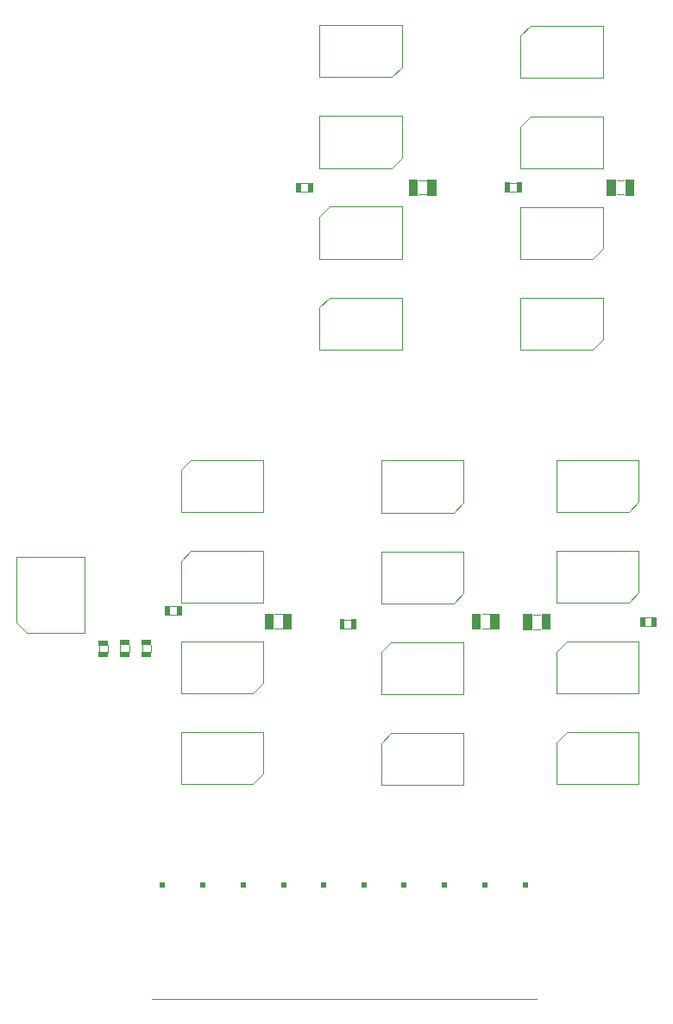
<source format=gbr>
G04 DipTrace 4.3.0.5*
G04 TopAssembly.gbr*
%MOMM*%
G04 #@! TF.FileFunction,Drawing,Top*
G04 #@! TF.Part,Single*
%ADD13C,0.12*%
%ADD25C,0.1016*%
%FSLAX35Y35*%
G04*
G71*
G90*
G75*
G01*
G04 TopAssy*
%LPD*%
X-5799903Y-6752760D2*
D25*
Y-6823930D1*
X-5885000Y-6752760D2*
Y-6823930D1*
G36*
X-5795093Y-6704547D2*
X-5890087D1*
Y-6754527D1*
X-5795093D1*
Y-6704547D1*
G37*
G36*
Y-6821367D2*
X-5890087D1*
Y-6871377D1*
X-5795093D1*
Y-6821367D1*
G37*
X-2673620Y-2195147D2*
D25*
X-2744803D1*
G36*
X-2574030Y-2345680D2*
Y-2188377D1*
X-2661803D1*
Y-2345680D1*
X-2574030D1*
G37*
G36*
X-2755010Y-2346470D2*
Y-2189150D1*
X-2842783D1*
Y-2346470D1*
X-2755010D1*
G37*
X-2673903Y-2333480D2*
D25*
X-2745057D1*
X-4090320Y-6448373D2*
X-4161503D1*
G36*
X-3990730Y-6598907D2*
Y-6441603D1*
X-4078503D1*
Y-6598907D1*
X-3990730D1*
G37*
G36*
X-4171710Y-6599697D2*
Y-6442377D1*
X-4259483D1*
Y-6599697D1*
X-4171710D1*
G37*
X-4090603Y-6586707D2*
D25*
X-4161757D1*
X-2054920Y-6448373D2*
X-2126103D1*
G36*
X-1955330Y-6598907D2*
Y-6441603D1*
X-2043103D1*
Y-6598907D1*
X-1955330D1*
G37*
G36*
X-2136310Y-6599697D2*
Y-6442377D1*
X-2224083D1*
Y-6599697D1*
X-2136310D1*
G37*
X-2055203Y-6586707D2*
D25*
X-2126357D1*
X-1623080Y-6595927D2*
X-1551897D1*
G36*
X-1722670Y-6445393D2*
Y-6602697D1*
X-1634897D1*
Y-6445393D1*
X-1722670D1*
G37*
G36*
X-1541690Y-6444603D2*
Y-6601923D1*
X-1453917D1*
Y-6444603D1*
X-1541690D1*
G37*
X-1622797Y-6457593D2*
D25*
X-1551643D1*
X-731020Y-2196147D2*
X-802203D1*
G36*
X-631430Y-2346680D2*
Y-2189377D1*
X-719203D1*
Y-2346680D1*
X-631430D1*
G37*
G36*
X-812410Y-2347470D2*
Y-2190150D1*
X-900183D1*
Y-2347470D1*
X-812410D1*
G37*
X-731303Y-2334480D2*
D25*
X-802457D1*
X-6691800Y-5884070D2*
D13*
X-6025800D1*
Y-6630070D1*
X-6591800D1*
X-6691800Y-6530070D1*
Y-5884070D1*
X-2911500Y-3342900D2*
Y-3852900D1*
X-3721500D1*
Y-3442900D1*
X-3621500Y-3342900D1*
X-2911500D1*
X-4271100Y-4934800D2*
Y-5444800D1*
X-5081100D1*
Y-5034800D1*
X-4981100Y-4934800D1*
X-4271100D1*
X-2305700Y-7611900D2*
Y-8121900D1*
X-3115700D1*
Y-7711900D1*
X-3015700Y-7611900D1*
X-2305700D1*
X-1396300Y-5445800D2*
Y-4935800D1*
X-586300D1*
Y-5345800D1*
X-686300Y-5445800D1*
X-1396300D1*
X-939900Y-676300D2*
Y-1186300D1*
X-1749900D1*
Y-776300D1*
X-1649900Y-676300D1*
X-939900D1*
X-3721500Y-2072900D2*
Y-1562900D1*
X-2911500D1*
Y-1972900D1*
X-3011500Y-2072900D1*
X-3721500D1*
X-5081100Y-7224800D2*
Y-6714800D1*
X-4271100D1*
Y-7124800D1*
X-4371100Y-7224800D1*
X-5081100D1*
X-3115700Y-6341900D2*
Y-5831900D1*
X-2305700D1*
Y-6241900D1*
X-2405700Y-6341900D1*
X-3115700D1*
X-586300Y-6715800D2*
Y-7225800D1*
X-1396300D1*
Y-6815800D1*
X-1296300Y-6715800D1*
X-586300D1*
X-1749900Y-2966300D2*
Y-2456300D1*
X-939900D1*
Y-2866300D1*
X-1039900Y-2966300D1*
X-1749900D1*
X-3721500Y-1182900D2*
Y-672900D1*
X-2911500D1*
Y-1082900D1*
X-3011500Y-1182900D1*
X-3721500D1*
X-5081100Y-8114800D2*
Y-7604800D1*
X-4271100D1*
Y-8014800D1*
X-4371100Y-8114800D1*
X-5081100D1*
X-3115700Y-5451900D2*
Y-4941900D1*
X-2305700D1*
Y-5351900D1*
X-2405700Y-5451900D1*
X-3115700D1*
X-586300Y-7605800D2*
Y-8115800D1*
X-1396300D1*
Y-7705800D1*
X-1296300Y-7605800D1*
X-586300D1*
X-1749900Y-3856300D2*
Y-3346300D1*
X-939900D1*
Y-3756300D1*
X-1039900Y-3856300D1*
X-1749900D1*
X-2911500Y-2452900D2*
Y-2962900D1*
X-3721500D1*
Y-2552900D1*
X-3621500Y-2452900D1*
X-2911500D1*
X-4271100Y-5824800D2*
Y-6334800D1*
X-5081100D1*
Y-5924800D1*
X-4981100Y-5824800D1*
X-4271100D1*
X-2305700Y-6721900D2*
Y-7231900D1*
X-3115700D1*
Y-6821900D1*
X-3015700Y-6721900D1*
X-2305700D1*
X-1396300Y-6335800D2*
Y-5825800D1*
X-586300D1*
Y-6235800D1*
X-686300Y-6335800D1*
X-1396300D1*
X-939900Y-1566300D2*
Y-2076300D1*
X-1749900D1*
Y-1666300D1*
X-1649900Y-1566300D1*
X-939900D1*
X-1585000Y-10222000D2*
X-5362500D1*
G36*
X-5233907Y-9129293D2*
Y-9078507D1*
X-5284693D1*
Y-9129293D1*
X-5233907D1*
G37*
G36*
X-4889437D2*
X-4838650D1*
Y-9078507D1*
X-4889437D1*
Y-9129293D1*
G37*
G36*
X-4494183D2*
X-4443397D1*
Y-9078507D1*
X-4494183D1*
Y-9129293D1*
G37*
G36*
X-4098927D2*
X-4048140D1*
Y-9078507D1*
X-4098927D1*
Y-9129293D1*
G37*
G36*
X-3652883D2*
Y-9078507D1*
X-3703670D1*
Y-9129293D1*
X-3652883D1*
G37*
G36*
X-3257630D2*
Y-9078507D1*
X-3308417D1*
Y-9129293D1*
X-3257630D1*
G37*
G36*
X-2915160D2*
X-2864373D1*
Y-9078507D1*
X-2915160D1*
Y-9129293D1*
G37*
G36*
X-2517903D2*
X-2467117D1*
Y-9078507D1*
X-2517903D1*
Y-9129293D1*
G37*
G36*
X-2122650D2*
X-2071863D1*
Y-9078507D1*
X-2122650D1*
Y-9129293D1*
G37*
G36*
X-1727393D2*
X-1676607D1*
Y-9078507D1*
X-1727393D1*
Y-9129293D1*
G37*
X-5674347Y-6817940D2*
D25*
Y-6746770D1*
X-5589250Y-6817940D2*
Y-6746770D1*
G36*
X-5679157Y-6866153D2*
X-5584163D1*
Y-6816173D1*
X-5679157D1*
Y-6866153D1*
G37*
G36*
Y-6749333D2*
X-5584163D1*
Y-6699323D1*
X-5679157D1*
Y-6749333D1*
G37*
X-3829210Y-2308497D2*
D25*
X-3900380D1*
X-3829210Y-2223400D2*
X-3900380D1*
G36*
X-3780997Y-2313307D2*
Y-2218313D1*
X-3830977D1*
Y-2313307D1*
X-3780997D1*
G37*
G36*
X-3897817D2*
Y-2218313D1*
X-3947827D1*
Y-2313307D1*
X-3897817D1*
G37*
X-5190740Y-6371600D2*
D25*
X-5119570D1*
X-5190740Y-6456700D2*
X-5119570D1*
G36*
X-5238950Y-6366790D2*
Y-6461790D1*
X-5188970D1*
Y-6366790D1*
X-5238950D1*
G37*
G36*
X-5122130D2*
Y-6461790D1*
X-5072120D1*
Y-6366790D1*
X-5122130D1*
G37*
X-3404210Y-6590247D2*
D25*
X-3475380D1*
X-3404210Y-6505150D2*
X-3475380D1*
G36*
X-3355997Y-6595057D2*
Y-6500063D1*
X-3405977D1*
Y-6595057D1*
X-3355997D1*
G37*
G36*
X-3472817D2*
Y-6500063D1*
X-3522827D1*
Y-6595057D1*
X-3472817D1*
G37*
X-456910Y-6565347D2*
D25*
X-528080D1*
X-456910Y-6480250D2*
X-528080D1*
G36*
X-408697Y-6570157D2*
Y-6475163D1*
X-458677D1*
Y-6570157D1*
X-408697D1*
G37*
G36*
X-525517D2*
Y-6475163D1*
X-575527D1*
Y-6570157D1*
X-525517D1*
G37*
X-1854490Y-2220003D2*
D25*
X-1783320D1*
X-1854490Y-2305100D2*
X-1783320D1*
G36*
X-1902703Y-2215193D2*
Y-2310187D1*
X-1852723D1*
Y-2215193D1*
X-1902703D1*
G37*
G36*
X-1785883D2*
Y-2310187D1*
X-1735873D1*
Y-2215193D1*
X-1785883D1*
G37*
X-5462397Y-6817940D2*
D25*
Y-6746770D1*
X-5377300Y-6817940D2*
Y-6746770D1*
G36*
X-5467207Y-6866153D2*
X-5372213D1*
Y-6816173D1*
X-5467207D1*
Y-6866153D1*
G37*
G36*
Y-6749333D2*
X-5372213D1*
Y-6699323D1*
X-5467207D1*
Y-6749333D1*
G37*
M02*

</source>
